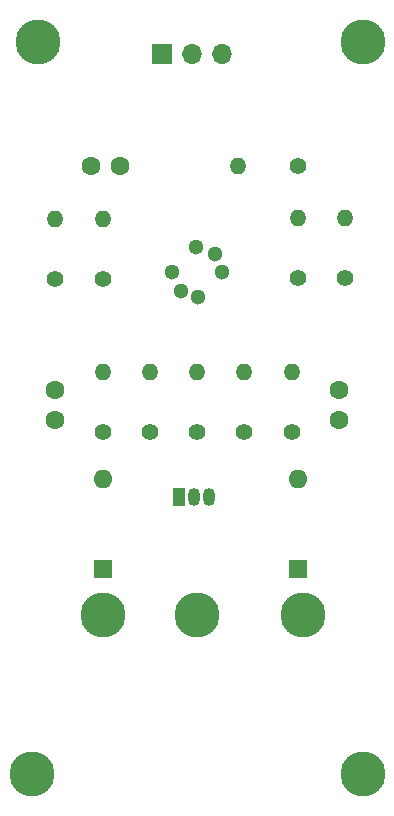
<source format=gbr>
%TF.GenerationSoftware,KiCad,Pcbnew,5.1.10*%
%TF.CreationDate,2021-06-08T02:44:04+02:00*%
%TF.ProjectId,piezo-jfet,7069657a-6f2d-46a6-9665-742e6b696361,rev?*%
%TF.SameCoordinates,Original*%
%TF.FileFunction,Soldermask,Bot*%
%TF.FilePolarity,Negative*%
%FSLAX46Y46*%
G04 Gerber Fmt 4.6, Leading zero omitted, Abs format (unit mm)*
G04 Created by KiCad (PCBNEW 5.1.10) date 2021-06-08 02:44:04*
%MOMM*%
%LPD*%
G01*
G04 APERTURE LIST*
%ADD10O,1.400000X1.400000*%
%ADD11C,1.400000*%
%ADD12C,1.600000*%
%ADD13O,1.600000X1.600000*%
%ADD14R,1.600000X1.600000*%
%ADD15O,1.700000X1.700000*%
%ADD16R,1.700000X1.700000*%
%ADD17R,1.050000X1.500000*%
%ADD18O,1.050000X1.500000*%
%ADD19C,3.800000*%
%ADD20C,1.300000*%
G04 APERTURE END LIST*
D10*
%TO.C,R5*%
X72420000Y-58500000D03*
D11*
X77500000Y-58500000D03*
%TD*%
D12*
%TO.C,C1*%
X57000000Y-80000000D03*
X57000000Y-77500000D03*
%TD*%
%TO.C,C2*%
X60000000Y-58500000D03*
X62500000Y-58500000D03*
%TD*%
%TO.C,C3*%
X81000000Y-77500000D03*
X81000000Y-80000000D03*
%TD*%
D13*
%TO.C,D1*%
X61000000Y-85000000D03*
D14*
X61000000Y-92620000D03*
%TD*%
D13*
%TO.C,D2*%
X77500000Y-85000000D03*
D14*
X77500000Y-92620000D03*
%TD*%
D10*
%TO.C,R1*%
X57000000Y-63000000D03*
D11*
X57000000Y-68080000D03*
%TD*%
D10*
%TO.C,R2*%
X61000000Y-75920000D03*
D11*
X61000000Y-81000000D03*
%TD*%
D10*
%TO.C,R3*%
X61000000Y-63000000D03*
D11*
X61000000Y-68080000D03*
%TD*%
D10*
%TO.C,R4*%
X65000000Y-75920000D03*
D11*
X65000000Y-81000000D03*
%TD*%
D10*
%TO.C,R7*%
X77500000Y-62920000D03*
D11*
X77500000Y-68000000D03*
%TD*%
D10*
%TO.C,R8*%
X73000000Y-75920000D03*
D11*
X73000000Y-81000000D03*
%TD*%
D10*
%TO.C,R9*%
X81500000Y-62920000D03*
D11*
X81500000Y-68000000D03*
%TD*%
D10*
%TO.C,R10*%
X77000000Y-75920000D03*
D11*
X77000000Y-81000000D03*
%TD*%
D15*
%TO.C,J1*%
X71080000Y-49000000D03*
X68540000Y-49000000D03*
D16*
X66000000Y-49000000D03*
%TD*%
D17*
%TO.C,Q1*%
X67500000Y-86500000D03*
D18*
X70040000Y-86500000D03*
X68770000Y-86500000D03*
%TD*%
D10*
%TO.C,R12*%
X69000000Y-75920000D03*
D11*
X69000000Y-81000000D03*
%TD*%
D19*
%TO.C,J2*%
X55500000Y-48000000D03*
%TD*%
%TO.C,J3*%
X55000000Y-110000000D03*
%TD*%
%TO.C,J4*%
X83000000Y-48000000D03*
%TD*%
%TO.C,J5*%
X83000000Y-110000000D03*
%TD*%
%TO.C,J6*%
X61000000Y-96500000D03*
%TD*%
%TO.C,J8*%
X69000000Y-96500000D03*
%TD*%
%TO.C,J9*%
X78000000Y-96500000D03*
%TD*%
D20*
%TO.C,Q2*%
X69100000Y-69600000D03*
X67600000Y-69100000D03*
X66900000Y-67500000D03*
X68900000Y-65400000D03*
X70500000Y-66000000D03*
X71100000Y-67500000D03*
%TD*%
M02*

</source>
